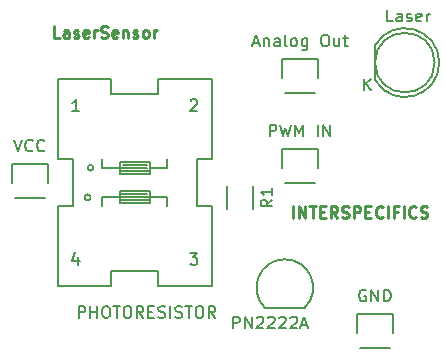
<source format=gbr>
G04 #@! TF.FileFunction,Legend,Top*
%FSLAX46Y46*%
G04 Gerber Fmt 4.6, Leading zero omitted, Abs format (unit mm)*
G04 Created by KiCad (PCBNEW 4.0.2-stable) date 2016 April 06, Wednesday 21:37:21*
%MOMM*%
G01*
G04 APERTURE LIST*
%ADD10C,0.100000*%
%ADD11C,0.250000*%
%ADD12C,0.150000*%
G04 APERTURE END LIST*
D10*
D11*
X161973334Y-109672381D02*
X161973334Y-108672381D01*
X162449524Y-109672381D02*
X162449524Y-108672381D01*
X163020953Y-109672381D01*
X163020953Y-108672381D01*
X163354286Y-108672381D02*
X163925715Y-108672381D01*
X163640000Y-109672381D02*
X163640000Y-108672381D01*
X164259048Y-109148571D02*
X164592382Y-109148571D01*
X164735239Y-109672381D02*
X164259048Y-109672381D01*
X164259048Y-108672381D01*
X164735239Y-108672381D01*
X165735239Y-109672381D02*
X165401905Y-109196190D01*
X165163810Y-109672381D02*
X165163810Y-108672381D01*
X165544763Y-108672381D01*
X165640001Y-108720000D01*
X165687620Y-108767619D01*
X165735239Y-108862857D01*
X165735239Y-109005714D01*
X165687620Y-109100952D01*
X165640001Y-109148571D01*
X165544763Y-109196190D01*
X165163810Y-109196190D01*
X166116191Y-109624762D02*
X166259048Y-109672381D01*
X166497144Y-109672381D01*
X166592382Y-109624762D01*
X166640001Y-109577143D01*
X166687620Y-109481905D01*
X166687620Y-109386667D01*
X166640001Y-109291429D01*
X166592382Y-109243810D01*
X166497144Y-109196190D01*
X166306667Y-109148571D01*
X166211429Y-109100952D01*
X166163810Y-109053333D01*
X166116191Y-108958095D01*
X166116191Y-108862857D01*
X166163810Y-108767619D01*
X166211429Y-108720000D01*
X166306667Y-108672381D01*
X166544763Y-108672381D01*
X166687620Y-108720000D01*
X167116191Y-109672381D02*
X167116191Y-108672381D01*
X167497144Y-108672381D01*
X167592382Y-108720000D01*
X167640001Y-108767619D01*
X167687620Y-108862857D01*
X167687620Y-109005714D01*
X167640001Y-109100952D01*
X167592382Y-109148571D01*
X167497144Y-109196190D01*
X167116191Y-109196190D01*
X168116191Y-109148571D02*
X168449525Y-109148571D01*
X168592382Y-109672381D02*
X168116191Y-109672381D01*
X168116191Y-108672381D01*
X168592382Y-108672381D01*
X169592382Y-109577143D02*
X169544763Y-109624762D01*
X169401906Y-109672381D01*
X169306668Y-109672381D01*
X169163810Y-109624762D01*
X169068572Y-109529524D01*
X169020953Y-109434286D01*
X168973334Y-109243810D01*
X168973334Y-109100952D01*
X169020953Y-108910476D01*
X169068572Y-108815238D01*
X169163810Y-108720000D01*
X169306668Y-108672381D01*
X169401906Y-108672381D01*
X169544763Y-108720000D01*
X169592382Y-108767619D01*
X170020953Y-109672381D02*
X170020953Y-108672381D01*
X170830477Y-109148571D02*
X170497143Y-109148571D01*
X170497143Y-109672381D02*
X170497143Y-108672381D01*
X170973334Y-108672381D01*
X171354286Y-109672381D02*
X171354286Y-108672381D01*
X172401905Y-109577143D02*
X172354286Y-109624762D01*
X172211429Y-109672381D01*
X172116191Y-109672381D01*
X171973333Y-109624762D01*
X171878095Y-109529524D01*
X171830476Y-109434286D01*
X171782857Y-109243810D01*
X171782857Y-109100952D01*
X171830476Y-108910476D01*
X171878095Y-108815238D01*
X171973333Y-108720000D01*
X172116191Y-108672381D01*
X172211429Y-108672381D01*
X172354286Y-108720000D01*
X172401905Y-108767619D01*
X172782857Y-109624762D02*
X172925714Y-109672381D01*
X173163810Y-109672381D01*
X173259048Y-109624762D01*
X173306667Y-109577143D01*
X173354286Y-109481905D01*
X173354286Y-109386667D01*
X173306667Y-109291429D01*
X173259048Y-109243810D01*
X173163810Y-109196190D01*
X172973333Y-109148571D01*
X172878095Y-109100952D01*
X172830476Y-109053333D01*
X172782857Y-108958095D01*
X172782857Y-108862857D01*
X172830476Y-108767619D01*
X172878095Y-108720000D01*
X172973333Y-108672381D01*
X173211429Y-108672381D01*
X173354286Y-108720000D01*
X142240476Y-94432381D02*
X141764285Y-94432381D01*
X141764285Y-93432381D01*
X143002381Y-94432381D02*
X143002381Y-93908571D01*
X142954762Y-93813333D01*
X142859524Y-93765714D01*
X142669047Y-93765714D01*
X142573809Y-93813333D01*
X143002381Y-94384762D02*
X142907143Y-94432381D01*
X142669047Y-94432381D01*
X142573809Y-94384762D01*
X142526190Y-94289524D01*
X142526190Y-94194286D01*
X142573809Y-94099048D01*
X142669047Y-94051429D01*
X142907143Y-94051429D01*
X143002381Y-94003810D01*
X143430952Y-94384762D02*
X143526190Y-94432381D01*
X143716666Y-94432381D01*
X143811905Y-94384762D01*
X143859524Y-94289524D01*
X143859524Y-94241905D01*
X143811905Y-94146667D01*
X143716666Y-94099048D01*
X143573809Y-94099048D01*
X143478571Y-94051429D01*
X143430952Y-93956190D01*
X143430952Y-93908571D01*
X143478571Y-93813333D01*
X143573809Y-93765714D01*
X143716666Y-93765714D01*
X143811905Y-93813333D01*
X144669048Y-94384762D02*
X144573810Y-94432381D01*
X144383333Y-94432381D01*
X144288095Y-94384762D01*
X144240476Y-94289524D01*
X144240476Y-93908571D01*
X144288095Y-93813333D01*
X144383333Y-93765714D01*
X144573810Y-93765714D01*
X144669048Y-93813333D01*
X144716667Y-93908571D01*
X144716667Y-94003810D01*
X144240476Y-94099048D01*
X145145238Y-94432381D02*
X145145238Y-93765714D01*
X145145238Y-93956190D02*
X145192857Y-93860952D01*
X145240476Y-93813333D01*
X145335714Y-93765714D01*
X145430953Y-93765714D01*
X145716667Y-94384762D02*
X145859524Y-94432381D01*
X146097620Y-94432381D01*
X146192858Y-94384762D01*
X146240477Y-94337143D01*
X146288096Y-94241905D01*
X146288096Y-94146667D01*
X146240477Y-94051429D01*
X146192858Y-94003810D01*
X146097620Y-93956190D01*
X145907143Y-93908571D01*
X145811905Y-93860952D01*
X145764286Y-93813333D01*
X145716667Y-93718095D01*
X145716667Y-93622857D01*
X145764286Y-93527619D01*
X145811905Y-93480000D01*
X145907143Y-93432381D01*
X146145239Y-93432381D01*
X146288096Y-93480000D01*
X147097620Y-94384762D02*
X147002382Y-94432381D01*
X146811905Y-94432381D01*
X146716667Y-94384762D01*
X146669048Y-94289524D01*
X146669048Y-93908571D01*
X146716667Y-93813333D01*
X146811905Y-93765714D01*
X147002382Y-93765714D01*
X147097620Y-93813333D01*
X147145239Y-93908571D01*
X147145239Y-94003810D01*
X146669048Y-94099048D01*
X147573810Y-93765714D02*
X147573810Y-94432381D01*
X147573810Y-93860952D02*
X147621429Y-93813333D01*
X147716667Y-93765714D01*
X147859525Y-93765714D01*
X147954763Y-93813333D01*
X148002382Y-93908571D01*
X148002382Y-94432381D01*
X148430953Y-94384762D02*
X148526191Y-94432381D01*
X148716667Y-94432381D01*
X148811906Y-94384762D01*
X148859525Y-94289524D01*
X148859525Y-94241905D01*
X148811906Y-94146667D01*
X148716667Y-94099048D01*
X148573810Y-94099048D01*
X148478572Y-94051429D01*
X148430953Y-93956190D01*
X148430953Y-93908571D01*
X148478572Y-93813333D01*
X148573810Y-93765714D01*
X148716667Y-93765714D01*
X148811906Y-93813333D01*
X149430953Y-94432381D02*
X149335715Y-94384762D01*
X149288096Y-94337143D01*
X149240477Y-94241905D01*
X149240477Y-93956190D01*
X149288096Y-93860952D01*
X149335715Y-93813333D01*
X149430953Y-93765714D01*
X149573811Y-93765714D01*
X149669049Y-93813333D01*
X149716668Y-93860952D01*
X149764287Y-93956190D01*
X149764287Y-94241905D01*
X149716668Y-94337143D01*
X149669049Y-94384762D01*
X149573811Y-94432381D01*
X149430953Y-94432381D01*
X150192858Y-94432381D02*
X150192858Y-93765714D01*
X150192858Y-93956190D02*
X150240477Y-93860952D01*
X150288096Y-93813333D01*
X150383334Y-93765714D01*
X150478573Y-93765714D01*
D12*
X168965112Y-98044904D02*
G75*
G03X168950000Y-95020000I2484888J1524904D01*
G01*
X168950000Y-98020000D02*
X168950000Y-95020000D01*
X173967936Y-96520000D02*
G75*
G03X173967936Y-96520000I-2517936J0D01*
G01*
X164110000Y-96240000D02*
X164110000Y-97790000D01*
X161010000Y-97790000D02*
X161010000Y-96240000D01*
X161010000Y-96240000D02*
X164110000Y-96240000D01*
X161290000Y-99060000D02*
X163830000Y-99060000D01*
X164110000Y-103860000D02*
X164110000Y-105410000D01*
X161010000Y-105410000D02*
X161010000Y-103860000D01*
X161010000Y-103860000D02*
X164110000Y-103860000D01*
X161290000Y-106680000D02*
X163830000Y-106680000D01*
X159590000Y-117270000D02*
X162990000Y-117270000D01*
X159592944Y-117267056D02*
G75*
G02X161290000Y-113170000I1697056J1697056D01*
G01*
X162987056Y-117267056D02*
G75*
G03X161290000Y-113170000I-1697056J1697056D01*
G01*
X156405000Y-108950000D02*
X156405000Y-106950000D01*
X158555000Y-106950000D02*
X158555000Y-108950000D01*
X149839680Y-108181140D02*
X147340320Y-108181140D01*
X147340320Y-107680760D02*
X149590760Y-107680760D01*
X149839680Y-107929680D02*
X147340320Y-107929680D01*
X147340320Y-105679240D02*
X149839680Y-105679240D01*
X149590760Y-105178860D02*
X147589240Y-105178860D01*
X149590760Y-105430320D02*
X147340320Y-105430320D01*
X147340320Y-105430320D02*
X145839180Y-105430320D01*
X145839180Y-105430320D02*
X145839180Y-104681020D01*
X147340320Y-107929680D02*
X145839180Y-107929680D01*
X145839180Y-107929680D02*
X145839180Y-108678980D01*
X149839680Y-107929680D02*
X151340820Y-107929680D01*
X151340820Y-107929680D02*
X151340820Y-108678980D01*
X149839680Y-105430320D02*
X151340820Y-105430320D01*
X151340820Y-105430320D02*
X151340820Y-104681020D01*
X149839680Y-107429300D02*
X149839680Y-108430060D01*
X149839680Y-108430060D02*
X147340320Y-108430060D01*
X147340320Y-108430060D02*
X147340320Y-107429300D01*
X147340320Y-107429300D02*
X149839680Y-107429300D01*
X149839680Y-105930700D02*
X147340320Y-105930700D01*
X147340320Y-105930700D02*
X147340320Y-104929940D01*
X147340320Y-104929940D02*
X148590000Y-104929940D01*
X149839680Y-104929940D02*
X149839680Y-105930700D01*
X148590000Y-104929940D02*
X149839680Y-104929940D01*
X155089860Y-97929700D02*
X150588980Y-97929700D01*
X150588980Y-97929700D02*
X150588980Y-99179380D01*
X150588980Y-99179380D02*
X146591020Y-99179380D01*
X146591020Y-99179380D02*
X146591020Y-97929700D01*
X146591020Y-97929700D02*
X142090140Y-97929700D01*
X142090140Y-97929700D02*
X142090140Y-104681020D01*
X142090140Y-104681020D02*
X143339820Y-104681020D01*
X143339820Y-104681020D02*
X143339820Y-108678980D01*
X143339820Y-108678980D02*
X142090140Y-108678980D01*
X142090140Y-108678980D02*
X142090140Y-115430300D01*
X142090140Y-115430300D02*
X146591020Y-115430300D01*
X146591020Y-115430300D02*
X146591020Y-114180620D01*
X146591020Y-114180620D02*
X150588980Y-114180620D01*
X150588980Y-114180620D02*
X150588980Y-115430300D01*
X150588980Y-115430300D02*
X155089860Y-115430300D01*
X155089860Y-115430300D02*
X155089860Y-108678980D01*
X155089860Y-108678980D02*
X153840180Y-108678980D01*
X153840180Y-108678980D02*
X153840180Y-104681020D01*
X153840180Y-104681020D02*
X155089860Y-104681020D01*
X155089860Y-104681020D02*
X155089860Y-97929700D01*
X144840960Y-107929680D02*
G75*
G03X144840960Y-107929680I-251460J0D01*
G01*
X145087340Y-105430320D02*
G75*
G03X145087340Y-105430320I-248920J0D01*
G01*
X141250000Y-105130000D02*
X141250000Y-106680000D01*
X138150000Y-106680000D02*
X138150000Y-105130000D01*
X138150000Y-105130000D02*
X141250000Y-105130000D01*
X138430000Y-107950000D02*
X140970000Y-107950000D01*
X170460000Y-117830000D02*
X170460000Y-119380000D01*
X167360000Y-119380000D02*
X167360000Y-117830000D01*
X167360000Y-117830000D02*
X170460000Y-117830000D01*
X167640000Y-120650000D02*
X170180000Y-120650000D01*
X170418286Y-93035381D02*
X169942095Y-93035381D01*
X169942095Y-92035381D01*
X171180191Y-93035381D02*
X171180191Y-92511571D01*
X171132572Y-92416333D01*
X171037334Y-92368714D01*
X170846857Y-92368714D01*
X170751619Y-92416333D01*
X171180191Y-92987762D02*
X171084953Y-93035381D01*
X170846857Y-93035381D01*
X170751619Y-92987762D01*
X170704000Y-92892524D01*
X170704000Y-92797286D01*
X170751619Y-92702048D01*
X170846857Y-92654429D01*
X171084953Y-92654429D01*
X171180191Y-92606810D01*
X171608762Y-92987762D02*
X171704000Y-93035381D01*
X171894476Y-93035381D01*
X171989715Y-92987762D01*
X172037334Y-92892524D01*
X172037334Y-92844905D01*
X171989715Y-92749667D01*
X171894476Y-92702048D01*
X171751619Y-92702048D01*
X171656381Y-92654429D01*
X171608762Y-92559190D01*
X171608762Y-92511571D01*
X171656381Y-92416333D01*
X171751619Y-92368714D01*
X171894476Y-92368714D01*
X171989715Y-92416333D01*
X172846858Y-92987762D02*
X172751620Y-93035381D01*
X172561143Y-93035381D01*
X172465905Y-92987762D01*
X172418286Y-92892524D01*
X172418286Y-92511571D01*
X172465905Y-92416333D01*
X172561143Y-92368714D01*
X172751620Y-92368714D01*
X172846858Y-92416333D01*
X172894477Y-92511571D01*
X172894477Y-92606810D01*
X172418286Y-92702048D01*
X173323048Y-93035381D02*
X173323048Y-92368714D01*
X173323048Y-92559190D02*
X173370667Y-92463952D01*
X173418286Y-92416333D01*
X173513524Y-92368714D01*
X173608763Y-92368714D01*
X168013095Y-98877381D02*
X168013095Y-97877381D01*
X168584524Y-98877381D02*
X168155952Y-98305952D01*
X168584524Y-97877381D02*
X168013095Y-98448810D01*
X158607618Y-94856667D02*
X159083809Y-94856667D01*
X158512380Y-95142381D02*
X158845713Y-94142381D01*
X159179047Y-95142381D01*
X159512380Y-94475714D02*
X159512380Y-95142381D01*
X159512380Y-94570952D02*
X159559999Y-94523333D01*
X159655237Y-94475714D01*
X159798095Y-94475714D01*
X159893333Y-94523333D01*
X159940952Y-94618571D01*
X159940952Y-95142381D01*
X160845714Y-95142381D02*
X160845714Y-94618571D01*
X160798095Y-94523333D01*
X160702857Y-94475714D01*
X160512380Y-94475714D01*
X160417142Y-94523333D01*
X160845714Y-95094762D02*
X160750476Y-95142381D01*
X160512380Y-95142381D01*
X160417142Y-95094762D01*
X160369523Y-94999524D01*
X160369523Y-94904286D01*
X160417142Y-94809048D01*
X160512380Y-94761429D01*
X160750476Y-94761429D01*
X160845714Y-94713810D01*
X161464761Y-95142381D02*
X161369523Y-95094762D01*
X161321904Y-94999524D01*
X161321904Y-94142381D01*
X161988571Y-95142381D02*
X161893333Y-95094762D01*
X161845714Y-95047143D01*
X161798095Y-94951905D01*
X161798095Y-94666190D01*
X161845714Y-94570952D01*
X161893333Y-94523333D01*
X161988571Y-94475714D01*
X162131429Y-94475714D01*
X162226667Y-94523333D01*
X162274286Y-94570952D01*
X162321905Y-94666190D01*
X162321905Y-94951905D01*
X162274286Y-95047143D01*
X162226667Y-95094762D01*
X162131429Y-95142381D01*
X161988571Y-95142381D01*
X163179048Y-94475714D02*
X163179048Y-95285238D01*
X163131429Y-95380476D01*
X163083810Y-95428095D01*
X162988571Y-95475714D01*
X162845714Y-95475714D01*
X162750476Y-95428095D01*
X163179048Y-95094762D02*
X163083810Y-95142381D01*
X162893333Y-95142381D01*
X162798095Y-95094762D01*
X162750476Y-95047143D01*
X162702857Y-94951905D01*
X162702857Y-94666190D01*
X162750476Y-94570952D01*
X162798095Y-94523333D01*
X162893333Y-94475714D01*
X163083810Y-94475714D01*
X163179048Y-94523333D01*
X164607619Y-94142381D02*
X164798096Y-94142381D01*
X164893334Y-94190000D01*
X164988572Y-94285238D01*
X165036191Y-94475714D01*
X165036191Y-94809048D01*
X164988572Y-94999524D01*
X164893334Y-95094762D01*
X164798096Y-95142381D01*
X164607619Y-95142381D01*
X164512381Y-95094762D01*
X164417143Y-94999524D01*
X164369524Y-94809048D01*
X164369524Y-94475714D01*
X164417143Y-94285238D01*
X164512381Y-94190000D01*
X164607619Y-94142381D01*
X165893334Y-94475714D02*
X165893334Y-95142381D01*
X165464762Y-94475714D02*
X165464762Y-94999524D01*
X165512381Y-95094762D01*
X165607619Y-95142381D01*
X165750477Y-95142381D01*
X165845715Y-95094762D01*
X165893334Y-95047143D01*
X166226667Y-94475714D02*
X166607619Y-94475714D01*
X166369524Y-94142381D02*
X166369524Y-94999524D01*
X166417143Y-95094762D01*
X166512381Y-95142381D01*
X166607619Y-95142381D01*
X160012381Y-102762381D02*
X160012381Y-101762381D01*
X160393334Y-101762381D01*
X160488572Y-101810000D01*
X160536191Y-101857619D01*
X160583810Y-101952857D01*
X160583810Y-102095714D01*
X160536191Y-102190952D01*
X160488572Y-102238571D01*
X160393334Y-102286190D01*
X160012381Y-102286190D01*
X160917143Y-101762381D02*
X161155238Y-102762381D01*
X161345715Y-102048095D01*
X161536191Y-102762381D01*
X161774286Y-101762381D01*
X162155238Y-102762381D02*
X162155238Y-101762381D01*
X162488572Y-102476667D01*
X162821905Y-101762381D01*
X162821905Y-102762381D01*
X164060000Y-102762381D02*
X164060000Y-101762381D01*
X164536190Y-102762381D02*
X164536190Y-101762381D01*
X165107619Y-102762381D01*
X165107619Y-101762381D01*
X156900952Y-119022381D02*
X156900952Y-118022381D01*
X157281905Y-118022381D01*
X157377143Y-118070000D01*
X157424762Y-118117619D01*
X157472381Y-118212857D01*
X157472381Y-118355714D01*
X157424762Y-118450952D01*
X157377143Y-118498571D01*
X157281905Y-118546190D01*
X156900952Y-118546190D01*
X157900952Y-119022381D02*
X157900952Y-118022381D01*
X158472381Y-119022381D01*
X158472381Y-118022381D01*
X158900952Y-118117619D02*
X158948571Y-118070000D01*
X159043809Y-118022381D01*
X159281905Y-118022381D01*
X159377143Y-118070000D01*
X159424762Y-118117619D01*
X159472381Y-118212857D01*
X159472381Y-118308095D01*
X159424762Y-118450952D01*
X158853333Y-119022381D01*
X159472381Y-119022381D01*
X159853333Y-118117619D02*
X159900952Y-118070000D01*
X159996190Y-118022381D01*
X160234286Y-118022381D01*
X160329524Y-118070000D01*
X160377143Y-118117619D01*
X160424762Y-118212857D01*
X160424762Y-118308095D01*
X160377143Y-118450952D01*
X159805714Y-119022381D01*
X160424762Y-119022381D01*
X160805714Y-118117619D02*
X160853333Y-118070000D01*
X160948571Y-118022381D01*
X161186667Y-118022381D01*
X161281905Y-118070000D01*
X161329524Y-118117619D01*
X161377143Y-118212857D01*
X161377143Y-118308095D01*
X161329524Y-118450952D01*
X160758095Y-119022381D01*
X161377143Y-119022381D01*
X161758095Y-118117619D02*
X161805714Y-118070000D01*
X161900952Y-118022381D01*
X162139048Y-118022381D01*
X162234286Y-118070000D01*
X162281905Y-118117619D01*
X162329524Y-118212857D01*
X162329524Y-118308095D01*
X162281905Y-118450952D01*
X161710476Y-119022381D01*
X162329524Y-119022381D01*
X162710476Y-118736667D02*
X163186667Y-118736667D01*
X162615238Y-119022381D02*
X162948571Y-118022381D01*
X163281905Y-119022381D01*
X160232381Y-108116666D02*
X159756190Y-108450000D01*
X160232381Y-108688095D02*
X159232381Y-108688095D01*
X159232381Y-108307142D01*
X159280000Y-108211904D01*
X159327619Y-108164285D01*
X159422857Y-108116666D01*
X159565714Y-108116666D01*
X159660952Y-108164285D01*
X159708571Y-108211904D01*
X159756190Y-108307142D01*
X159756190Y-108688095D01*
X160232381Y-107164285D02*
X160232381Y-107735714D01*
X160232381Y-107450000D02*
X159232381Y-107450000D01*
X159375238Y-107545238D01*
X159470476Y-107640476D01*
X159518095Y-107735714D01*
X143828855Y-118133121D02*
X143828855Y-117133121D01*
X144209808Y-117133121D01*
X144305046Y-117180740D01*
X144352665Y-117228359D01*
X144400284Y-117323597D01*
X144400284Y-117466454D01*
X144352665Y-117561692D01*
X144305046Y-117609311D01*
X144209808Y-117656930D01*
X143828855Y-117656930D01*
X144828855Y-118133121D02*
X144828855Y-117133121D01*
X144828855Y-117609311D02*
X145400284Y-117609311D01*
X145400284Y-118133121D02*
X145400284Y-117133121D01*
X146066950Y-117133121D02*
X146257427Y-117133121D01*
X146352665Y-117180740D01*
X146447903Y-117275978D01*
X146495522Y-117466454D01*
X146495522Y-117799788D01*
X146447903Y-117990264D01*
X146352665Y-118085502D01*
X146257427Y-118133121D01*
X146066950Y-118133121D01*
X145971712Y-118085502D01*
X145876474Y-117990264D01*
X145828855Y-117799788D01*
X145828855Y-117466454D01*
X145876474Y-117275978D01*
X145971712Y-117180740D01*
X146066950Y-117133121D01*
X146781236Y-117133121D02*
X147352665Y-117133121D01*
X147066950Y-118133121D02*
X147066950Y-117133121D01*
X147876474Y-117133121D02*
X148066951Y-117133121D01*
X148162189Y-117180740D01*
X148257427Y-117275978D01*
X148305046Y-117466454D01*
X148305046Y-117799788D01*
X148257427Y-117990264D01*
X148162189Y-118085502D01*
X148066951Y-118133121D01*
X147876474Y-118133121D01*
X147781236Y-118085502D01*
X147685998Y-117990264D01*
X147638379Y-117799788D01*
X147638379Y-117466454D01*
X147685998Y-117275978D01*
X147781236Y-117180740D01*
X147876474Y-117133121D01*
X149305046Y-118133121D02*
X148971712Y-117656930D01*
X148733617Y-118133121D02*
X148733617Y-117133121D01*
X149114570Y-117133121D01*
X149209808Y-117180740D01*
X149257427Y-117228359D01*
X149305046Y-117323597D01*
X149305046Y-117466454D01*
X149257427Y-117561692D01*
X149209808Y-117609311D01*
X149114570Y-117656930D01*
X148733617Y-117656930D01*
X149733617Y-117609311D02*
X150066951Y-117609311D01*
X150209808Y-118133121D02*
X149733617Y-118133121D01*
X149733617Y-117133121D01*
X150209808Y-117133121D01*
X150590760Y-118085502D02*
X150733617Y-118133121D01*
X150971713Y-118133121D01*
X151066951Y-118085502D01*
X151114570Y-118037883D01*
X151162189Y-117942645D01*
X151162189Y-117847407D01*
X151114570Y-117752169D01*
X151066951Y-117704550D01*
X150971713Y-117656930D01*
X150781236Y-117609311D01*
X150685998Y-117561692D01*
X150638379Y-117514073D01*
X150590760Y-117418835D01*
X150590760Y-117323597D01*
X150638379Y-117228359D01*
X150685998Y-117180740D01*
X150781236Y-117133121D01*
X151019332Y-117133121D01*
X151162189Y-117180740D01*
X151590760Y-118133121D02*
X151590760Y-117133121D01*
X152019331Y-118085502D02*
X152162188Y-118133121D01*
X152400284Y-118133121D01*
X152495522Y-118085502D01*
X152543141Y-118037883D01*
X152590760Y-117942645D01*
X152590760Y-117847407D01*
X152543141Y-117752169D01*
X152495522Y-117704550D01*
X152400284Y-117656930D01*
X152209807Y-117609311D01*
X152114569Y-117561692D01*
X152066950Y-117514073D01*
X152019331Y-117418835D01*
X152019331Y-117323597D01*
X152066950Y-117228359D01*
X152114569Y-117180740D01*
X152209807Y-117133121D01*
X152447903Y-117133121D01*
X152590760Y-117180740D01*
X152876474Y-117133121D02*
X153447903Y-117133121D01*
X153162188Y-118133121D02*
X153162188Y-117133121D01*
X153971712Y-117133121D02*
X154162189Y-117133121D01*
X154257427Y-117180740D01*
X154352665Y-117275978D01*
X154400284Y-117466454D01*
X154400284Y-117799788D01*
X154352665Y-117990264D01*
X154257427Y-118085502D01*
X154162189Y-118133121D01*
X153971712Y-118133121D01*
X153876474Y-118085502D01*
X153781236Y-117990264D01*
X153733617Y-117799788D01*
X153733617Y-117466454D01*
X153781236Y-117275978D01*
X153876474Y-117180740D01*
X153971712Y-117133121D01*
X155400284Y-118133121D02*
X155066950Y-117656930D01*
X154828855Y-118133121D02*
X154828855Y-117133121D01*
X155209808Y-117133121D01*
X155305046Y-117180740D01*
X155352665Y-117228359D01*
X155400284Y-117323597D01*
X155400284Y-117466454D01*
X155352665Y-117561692D01*
X155305046Y-117609311D01*
X155209808Y-117656930D01*
X154828855Y-117656930D01*
X143779217Y-112965574D02*
X143779217Y-113632241D01*
X143541121Y-112584622D02*
X143303026Y-113298908D01*
X143922074Y-113298908D01*
X153257927Y-112632241D02*
X153876975Y-112632241D01*
X153543641Y-113013193D01*
X153686499Y-113013193D01*
X153781737Y-113060812D01*
X153829356Y-113108431D01*
X153876975Y-113203670D01*
X153876975Y-113441765D01*
X153829356Y-113537003D01*
X153781737Y-113584622D01*
X153686499Y-113632241D01*
X153400784Y-113632241D01*
X153305546Y-113584622D01*
X153257927Y-113537003D01*
X153305546Y-99727759D02*
X153353165Y-99680140D01*
X153448403Y-99632521D01*
X153686499Y-99632521D01*
X153781737Y-99680140D01*
X153829356Y-99727759D01*
X153876975Y-99822997D01*
X153876975Y-99918235D01*
X153829356Y-100061092D01*
X153257927Y-100632521D01*
X153876975Y-100632521D01*
X143874455Y-100632521D02*
X143303026Y-100632521D01*
X143588740Y-100632521D02*
X143588740Y-99632521D01*
X143493502Y-99775378D01*
X143398264Y-99870616D01*
X143303026Y-99918235D01*
X138366667Y-103032381D02*
X138700000Y-104032381D01*
X139033334Y-103032381D01*
X139938096Y-103937143D02*
X139890477Y-103984762D01*
X139747620Y-104032381D01*
X139652382Y-104032381D01*
X139509524Y-103984762D01*
X139414286Y-103889524D01*
X139366667Y-103794286D01*
X139319048Y-103603810D01*
X139319048Y-103460952D01*
X139366667Y-103270476D01*
X139414286Y-103175238D01*
X139509524Y-103080000D01*
X139652382Y-103032381D01*
X139747620Y-103032381D01*
X139890477Y-103080000D01*
X139938096Y-103127619D01*
X140938096Y-103937143D02*
X140890477Y-103984762D01*
X140747620Y-104032381D01*
X140652382Y-104032381D01*
X140509524Y-103984762D01*
X140414286Y-103889524D01*
X140366667Y-103794286D01*
X140319048Y-103603810D01*
X140319048Y-103460952D01*
X140366667Y-103270476D01*
X140414286Y-103175238D01*
X140509524Y-103080000D01*
X140652382Y-103032381D01*
X140747620Y-103032381D01*
X140890477Y-103080000D01*
X140938096Y-103127619D01*
X168148096Y-115780000D02*
X168052858Y-115732381D01*
X167910001Y-115732381D01*
X167767143Y-115780000D01*
X167671905Y-115875238D01*
X167624286Y-115970476D01*
X167576667Y-116160952D01*
X167576667Y-116303810D01*
X167624286Y-116494286D01*
X167671905Y-116589524D01*
X167767143Y-116684762D01*
X167910001Y-116732381D01*
X168005239Y-116732381D01*
X168148096Y-116684762D01*
X168195715Y-116637143D01*
X168195715Y-116303810D01*
X168005239Y-116303810D01*
X168624286Y-116732381D02*
X168624286Y-115732381D01*
X169195715Y-116732381D01*
X169195715Y-115732381D01*
X169671905Y-116732381D02*
X169671905Y-115732381D01*
X169910000Y-115732381D01*
X170052858Y-115780000D01*
X170148096Y-115875238D01*
X170195715Y-115970476D01*
X170243334Y-116160952D01*
X170243334Y-116303810D01*
X170195715Y-116494286D01*
X170148096Y-116589524D01*
X170052858Y-116684762D01*
X169910000Y-116732381D01*
X169671905Y-116732381D01*
M02*

</source>
